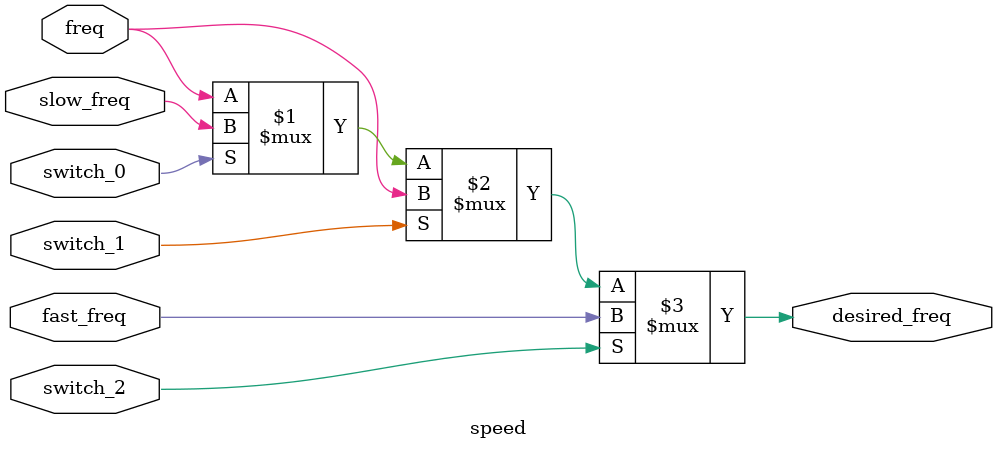
<source format=v>
`timescale 1ns / 1ps


module speed(
    input switch_0,
    input switch_1, 
    input switch_2,
    input slow_freq,
    input fast_freq,
    input freq,
    output desired_freq
    );
    
    assign desired_freq = switch_2 ? fast_freq : (switch_1 ? freq : (switch_0 ? slow_freq : freq));
endmodule

</source>
